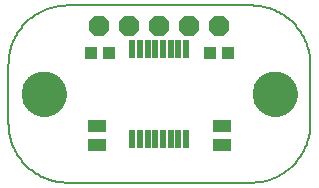
<source format=gts>
G75*
%MOIN*%
%OFA0B0*%
%FSLAX25Y25*%
%IPPOS*%
%LPD*%
%AMOC8*
5,1,8,0,0,1.08239X$1,22.5*
%
%ADD10C,0.00000*%
%ADD11C,0.14967*%
%ADD12C,0.00600*%
%ADD13OC8,0.06700*%
%ADD14R,0.06100X0.04000*%
%ADD15R,0.02211X0.06030*%
%ADD16R,0.04337X0.04337*%
D10*
X0028000Y0067173D02*
X0028002Y0067352D01*
X0028009Y0067530D01*
X0028020Y0067709D01*
X0028035Y0067887D01*
X0028055Y0068065D01*
X0028079Y0068242D01*
X0028107Y0068418D01*
X0028140Y0068594D01*
X0028177Y0068769D01*
X0028218Y0068943D01*
X0028264Y0069115D01*
X0028314Y0069287D01*
X0028368Y0069458D01*
X0028426Y0069627D01*
X0028488Y0069794D01*
X0028554Y0069960D01*
X0028625Y0070124D01*
X0028699Y0070287D01*
X0028778Y0070448D01*
X0028860Y0070606D01*
X0028946Y0070763D01*
X0029036Y0070917D01*
X0029130Y0071069D01*
X0029227Y0071219D01*
X0029329Y0071367D01*
X0029433Y0071511D01*
X0029541Y0071654D01*
X0029653Y0071793D01*
X0029768Y0071930D01*
X0029887Y0072064D01*
X0030008Y0072195D01*
X0030133Y0072323D01*
X0030261Y0072448D01*
X0030392Y0072569D01*
X0030526Y0072688D01*
X0030663Y0072803D01*
X0030802Y0072915D01*
X0030945Y0073023D01*
X0031089Y0073127D01*
X0031237Y0073229D01*
X0031387Y0073326D01*
X0031539Y0073420D01*
X0031693Y0073510D01*
X0031850Y0073596D01*
X0032008Y0073678D01*
X0032169Y0073757D01*
X0032332Y0073831D01*
X0032496Y0073902D01*
X0032662Y0073968D01*
X0032829Y0074030D01*
X0032998Y0074088D01*
X0033169Y0074142D01*
X0033341Y0074192D01*
X0033513Y0074238D01*
X0033687Y0074279D01*
X0033862Y0074316D01*
X0034038Y0074349D01*
X0034214Y0074377D01*
X0034391Y0074401D01*
X0034569Y0074421D01*
X0034747Y0074436D01*
X0034926Y0074447D01*
X0035104Y0074454D01*
X0035283Y0074456D01*
X0035462Y0074454D01*
X0035640Y0074447D01*
X0035819Y0074436D01*
X0035997Y0074421D01*
X0036175Y0074401D01*
X0036352Y0074377D01*
X0036528Y0074349D01*
X0036704Y0074316D01*
X0036879Y0074279D01*
X0037053Y0074238D01*
X0037225Y0074192D01*
X0037397Y0074142D01*
X0037568Y0074088D01*
X0037737Y0074030D01*
X0037904Y0073968D01*
X0038070Y0073902D01*
X0038234Y0073831D01*
X0038397Y0073757D01*
X0038558Y0073678D01*
X0038716Y0073596D01*
X0038873Y0073510D01*
X0039027Y0073420D01*
X0039179Y0073326D01*
X0039329Y0073229D01*
X0039477Y0073127D01*
X0039621Y0073023D01*
X0039764Y0072915D01*
X0039903Y0072803D01*
X0040040Y0072688D01*
X0040174Y0072569D01*
X0040305Y0072448D01*
X0040433Y0072323D01*
X0040558Y0072195D01*
X0040679Y0072064D01*
X0040798Y0071930D01*
X0040913Y0071793D01*
X0041025Y0071654D01*
X0041133Y0071511D01*
X0041237Y0071367D01*
X0041339Y0071219D01*
X0041436Y0071069D01*
X0041530Y0070917D01*
X0041620Y0070763D01*
X0041706Y0070606D01*
X0041788Y0070448D01*
X0041867Y0070287D01*
X0041941Y0070124D01*
X0042012Y0069960D01*
X0042078Y0069794D01*
X0042140Y0069627D01*
X0042198Y0069458D01*
X0042252Y0069287D01*
X0042302Y0069115D01*
X0042348Y0068943D01*
X0042389Y0068769D01*
X0042426Y0068594D01*
X0042459Y0068418D01*
X0042487Y0068242D01*
X0042511Y0068065D01*
X0042531Y0067887D01*
X0042546Y0067709D01*
X0042557Y0067530D01*
X0042564Y0067352D01*
X0042566Y0067173D01*
X0042564Y0066994D01*
X0042557Y0066816D01*
X0042546Y0066637D01*
X0042531Y0066459D01*
X0042511Y0066281D01*
X0042487Y0066104D01*
X0042459Y0065928D01*
X0042426Y0065752D01*
X0042389Y0065577D01*
X0042348Y0065403D01*
X0042302Y0065231D01*
X0042252Y0065059D01*
X0042198Y0064888D01*
X0042140Y0064719D01*
X0042078Y0064552D01*
X0042012Y0064386D01*
X0041941Y0064222D01*
X0041867Y0064059D01*
X0041788Y0063898D01*
X0041706Y0063740D01*
X0041620Y0063583D01*
X0041530Y0063429D01*
X0041436Y0063277D01*
X0041339Y0063127D01*
X0041237Y0062979D01*
X0041133Y0062835D01*
X0041025Y0062692D01*
X0040913Y0062553D01*
X0040798Y0062416D01*
X0040679Y0062282D01*
X0040558Y0062151D01*
X0040433Y0062023D01*
X0040305Y0061898D01*
X0040174Y0061777D01*
X0040040Y0061658D01*
X0039903Y0061543D01*
X0039764Y0061431D01*
X0039621Y0061323D01*
X0039477Y0061219D01*
X0039329Y0061117D01*
X0039179Y0061020D01*
X0039027Y0060926D01*
X0038873Y0060836D01*
X0038716Y0060750D01*
X0038558Y0060668D01*
X0038397Y0060589D01*
X0038234Y0060515D01*
X0038070Y0060444D01*
X0037904Y0060378D01*
X0037737Y0060316D01*
X0037568Y0060258D01*
X0037397Y0060204D01*
X0037225Y0060154D01*
X0037053Y0060108D01*
X0036879Y0060067D01*
X0036704Y0060030D01*
X0036528Y0059997D01*
X0036352Y0059969D01*
X0036175Y0059945D01*
X0035997Y0059925D01*
X0035819Y0059910D01*
X0035640Y0059899D01*
X0035462Y0059892D01*
X0035283Y0059890D01*
X0035104Y0059892D01*
X0034926Y0059899D01*
X0034747Y0059910D01*
X0034569Y0059925D01*
X0034391Y0059945D01*
X0034214Y0059969D01*
X0034038Y0059997D01*
X0033862Y0060030D01*
X0033687Y0060067D01*
X0033513Y0060108D01*
X0033341Y0060154D01*
X0033169Y0060204D01*
X0032998Y0060258D01*
X0032829Y0060316D01*
X0032662Y0060378D01*
X0032496Y0060444D01*
X0032332Y0060515D01*
X0032169Y0060589D01*
X0032008Y0060668D01*
X0031850Y0060750D01*
X0031693Y0060836D01*
X0031539Y0060926D01*
X0031387Y0061020D01*
X0031237Y0061117D01*
X0031089Y0061219D01*
X0030945Y0061323D01*
X0030802Y0061431D01*
X0030663Y0061543D01*
X0030526Y0061658D01*
X0030392Y0061777D01*
X0030261Y0061898D01*
X0030133Y0062023D01*
X0030008Y0062151D01*
X0029887Y0062282D01*
X0029768Y0062416D01*
X0029653Y0062553D01*
X0029541Y0062692D01*
X0029433Y0062835D01*
X0029329Y0062979D01*
X0029227Y0063127D01*
X0029130Y0063277D01*
X0029036Y0063429D01*
X0028946Y0063583D01*
X0028860Y0063740D01*
X0028778Y0063898D01*
X0028699Y0064059D01*
X0028625Y0064222D01*
X0028554Y0064386D01*
X0028488Y0064552D01*
X0028426Y0064719D01*
X0028368Y0064888D01*
X0028314Y0065059D01*
X0028264Y0065231D01*
X0028218Y0065403D01*
X0028177Y0065577D01*
X0028140Y0065752D01*
X0028107Y0065928D01*
X0028079Y0066104D01*
X0028055Y0066281D01*
X0028035Y0066459D01*
X0028020Y0066637D01*
X0028009Y0066816D01*
X0028002Y0066994D01*
X0028000Y0067173D01*
X0105000Y0067173D02*
X0105002Y0067352D01*
X0105009Y0067530D01*
X0105020Y0067709D01*
X0105035Y0067887D01*
X0105055Y0068065D01*
X0105079Y0068242D01*
X0105107Y0068418D01*
X0105140Y0068594D01*
X0105177Y0068769D01*
X0105218Y0068943D01*
X0105264Y0069115D01*
X0105314Y0069287D01*
X0105368Y0069458D01*
X0105426Y0069627D01*
X0105488Y0069794D01*
X0105554Y0069960D01*
X0105625Y0070124D01*
X0105699Y0070287D01*
X0105778Y0070448D01*
X0105860Y0070606D01*
X0105946Y0070763D01*
X0106036Y0070917D01*
X0106130Y0071069D01*
X0106227Y0071219D01*
X0106329Y0071367D01*
X0106433Y0071511D01*
X0106541Y0071654D01*
X0106653Y0071793D01*
X0106768Y0071930D01*
X0106887Y0072064D01*
X0107008Y0072195D01*
X0107133Y0072323D01*
X0107261Y0072448D01*
X0107392Y0072569D01*
X0107526Y0072688D01*
X0107663Y0072803D01*
X0107802Y0072915D01*
X0107945Y0073023D01*
X0108089Y0073127D01*
X0108237Y0073229D01*
X0108387Y0073326D01*
X0108539Y0073420D01*
X0108693Y0073510D01*
X0108850Y0073596D01*
X0109008Y0073678D01*
X0109169Y0073757D01*
X0109332Y0073831D01*
X0109496Y0073902D01*
X0109662Y0073968D01*
X0109829Y0074030D01*
X0109998Y0074088D01*
X0110169Y0074142D01*
X0110341Y0074192D01*
X0110513Y0074238D01*
X0110687Y0074279D01*
X0110862Y0074316D01*
X0111038Y0074349D01*
X0111214Y0074377D01*
X0111391Y0074401D01*
X0111569Y0074421D01*
X0111747Y0074436D01*
X0111926Y0074447D01*
X0112104Y0074454D01*
X0112283Y0074456D01*
X0112462Y0074454D01*
X0112640Y0074447D01*
X0112819Y0074436D01*
X0112997Y0074421D01*
X0113175Y0074401D01*
X0113352Y0074377D01*
X0113528Y0074349D01*
X0113704Y0074316D01*
X0113879Y0074279D01*
X0114053Y0074238D01*
X0114225Y0074192D01*
X0114397Y0074142D01*
X0114568Y0074088D01*
X0114737Y0074030D01*
X0114904Y0073968D01*
X0115070Y0073902D01*
X0115234Y0073831D01*
X0115397Y0073757D01*
X0115558Y0073678D01*
X0115716Y0073596D01*
X0115873Y0073510D01*
X0116027Y0073420D01*
X0116179Y0073326D01*
X0116329Y0073229D01*
X0116477Y0073127D01*
X0116621Y0073023D01*
X0116764Y0072915D01*
X0116903Y0072803D01*
X0117040Y0072688D01*
X0117174Y0072569D01*
X0117305Y0072448D01*
X0117433Y0072323D01*
X0117558Y0072195D01*
X0117679Y0072064D01*
X0117798Y0071930D01*
X0117913Y0071793D01*
X0118025Y0071654D01*
X0118133Y0071511D01*
X0118237Y0071367D01*
X0118339Y0071219D01*
X0118436Y0071069D01*
X0118530Y0070917D01*
X0118620Y0070763D01*
X0118706Y0070606D01*
X0118788Y0070448D01*
X0118867Y0070287D01*
X0118941Y0070124D01*
X0119012Y0069960D01*
X0119078Y0069794D01*
X0119140Y0069627D01*
X0119198Y0069458D01*
X0119252Y0069287D01*
X0119302Y0069115D01*
X0119348Y0068943D01*
X0119389Y0068769D01*
X0119426Y0068594D01*
X0119459Y0068418D01*
X0119487Y0068242D01*
X0119511Y0068065D01*
X0119531Y0067887D01*
X0119546Y0067709D01*
X0119557Y0067530D01*
X0119564Y0067352D01*
X0119566Y0067173D01*
X0119564Y0066994D01*
X0119557Y0066816D01*
X0119546Y0066637D01*
X0119531Y0066459D01*
X0119511Y0066281D01*
X0119487Y0066104D01*
X0119459Y0065928D01*
X0119426Y0065752D01*
X0119389Y0065577D01*
X0119348Y0065403D01*
X0119302Y0065231D01*
X0119252Y0065059D01*
X0119198Y0064888D01*
X0119140Y0064719D01*
X0119078Y0064552D01*
X0119012Y0064386D01*
X0118941Y0064222D01*
X0118867Y0064059D01*
X0118788Y0063898D01*
X0118706Y0063740D01*
X0118620Y0063583D01*
X0118530Y0063429D01*
X0118436Y0063277D01*
X0118339Y0063127D01*
X0118237Y0062979D01*
X0118133Y0062835D01*
X0118025Y0062692D01*
X0117913Y0062553D01*
X0117798Y0062416D01*
X0117679Y0062282D01*
X0117558Y0062151D01*
X0117433Y0062023D01*
X0117305Y0061898D01*
X0117174Y0061777D01*
X0117040Y0061658D01*
X0116903Y0061543D01*
X0116764Y0061431D01*
X0116621Y0061323D01*
X0116477Y0061219D01*
X0116329Y0061117D01*
X0116179Y0061020D01*
X0116027Y0060926D01*
X0115873Y0060836D01*
X0115716Y0060750D01*
X0115558Y0060668D01*
X0115397Y0060589D01*
X0115234Y0060515D01*
X0115070Y0060444D01*
X0114904Y0060378D01*
X0114737Y0060316D01*
X0114568Y0060258D01*
X0114397Y0060204D01*
X0114225Y0060154D01*
X0114053Y0060108D01*
X0113879Y0060067D01*
X0113704Y0060030D01*
X0113528Y0059997D01*
X0113352Y0059969D01*
X0113175Y0059945D01*
X0112997Y0059925D01*
X0112819Y0059910D01*
X0112640Y0059899D01*
X0112462Y0059892D01*
X0112283Y0059890D01*
X0112104Y0059892D01*
X0111926Y0059899D01*
X0111747Y0059910D01*
X0111569Y0059925D01*
X0111391Y0059945D01*
X0111214Y0059969D01*
X0111038Y0059997D01*
X0110862Y0060030D01*
X0110687Y0060067D01*
X0110513Y0060108D01*
X0110341Y0060154D01*
X0110169Y0060204D01*
X0109998Y0060258D01*
X0109829Y0060316D01*
X0109662Y0060378D01*
X0109496Y0060444D01*
X0109332Y0060515D01*
X0109169Y0060589D01*
X0109008Y0060668D01*
X0108850Y0060750D01*
X0108693Y0060836D01*
X0108539Y0060926D01*
X0108387Y0061020D01*
X0108237Y0061117D01*
X0108089Y0061219D01*
X0107945Y0061323D01*
X0107802Y0061431D01*
X0107663Y0061543D01*
X0107526Y0061658D01*
X0107392Y0061777D01*
X0107261Y0061898D01*
X0107133Y0062023D01*
X0107008Y0062151D01*
X0106887Y0062282D01*
X0106768Y0062416D01*
X0106653Y0062553D01*
X0106541Y0062692D01*
X0106433Y0062835D01*
X0106329Y0062979D01*
X0106227Y0063127D01*
X0106130Y0063277D01*
X0106036Y0063429D01*
X0105946Y0063583D01*
X0105860Y0063740D01*
X0105778Y0063898D01*
X0105699Y0064059D01*
X0105625Y0064222D01*
X0105554Y0064386D01*
X0105488Y0064552D01*
X0105426Y0064719D01*
X0105368Y0064888D01*
X0105314Y0065059D01*
X0105264Y0065231D01*
X0105218Y0065403D01*
X0105177Y0065577D01*
X0105140Y0065752D01*
X0105107Y0065928D01*
X0105079Y0066104D01*
X0105055Y0066281D01*
X0105035Y0066459D01*
X0105020Y0066637D01*
X0105009Y0066816D01*
X0105002Y0066994D01*
X0105000Y0067173D01*
D11*
X0112283Y0067173D03*
X0035283Y0067173D03*
D12*
X0043157Y0037646D02*
X0104409Y0037646D01*
X0104885Y0037652D01*
X0105360Y0037669D01*
X0105835Y0037698D01*
X0106309Y0037738D01*
X0106782Y0037790D01*
X0107253Y0037853D01*
X0107723Y0037927D01*
X0108191Y0038013D01*
X0108657Y0038110D01*
X0109120Y0038218D01*
X0109580Y0038337D01*
X0110038Y0038468D01*
X0110492Y0038609D01*
X0110943Y0038762D01*
X0111389Y0038925D01*
X0111832Y0039099D01*
X0112270Y0039284D01*
X0112704Y0039479D01*
X0113133Y0039685D01*
X0113557Y0039901D01*
X0113976Y0040127D01*
X0114389Y0040363D01*
X0114796Y0040609D01*
X0115197Y0040865D01*
X0115591Y0041131D01*
X0115980Y0041406D01*
X0116361Y0041690D01*
X0116735Y0041983D01*
X0117103Y0042285D01*
X0117463Y0042597D01*
X0117815Y0042916D01*
X0118159Y0043244D01*
X0118496Y0043581D01*
X0118824Y0043925D01*
X0119143Y0044277D01*
X0119455Y0044637D01*
X0119757Y0045005D01*
X0120050Y0045379D01*
X0120334Y0045760D01*
X0120609Y0046149D01*
X0120875Y0046543D01*
X0121131Y0046944D01*
X0121377Y0047351D01*
X0121613Y0047764D01*
X0121839Y0048183D01*
X0122055Y0048607D01*
X0122261Y0049036D01*
X0122456Y0049470D01*
X0122641Y0049908D01*
X0122815Y0050351D01*
X0122978Y0050797D01*
X0123131Y0051248D01*
X0123272Y0051702D01*
X0123403Y0052160D01*
X0123522Y0052620D01*
X0123630Y0053083D01*
X0123727Y0053549D01*
X0123813Y0054017D01*
X0123887Y0054487D01*
X0123950Y0054958D01*
X0124002Y0055431D01*
X0124042Y0055905D01*
X0124071Y0056380D01*
X0124088Y0056855D01*
X0124094Y0057331D01*
X0124094Y0077016D01*
X0124088Y0077492D01*
X0124071Y0077967D01*
X0124042Y0078442D01*
X0124002Y0078916D01*
X0123950Y0079389D01*
X0123887Y0079860D01*
X0123813Y0080330D01*
X0123727Y0080798D01*
X0123630Y0081264D01*
X0123522Y0081727D01*
X0123403Y0082187D01*
X0123272Y0082645D01*
X0123131Y0083099D01*
X0122978Y0083550D01*
X0122815Y0083996D01*
X0122641Y0084439D01*
X0122456Y0084877D01*
X0122261Y0085311D01*
X0122055Y0085740D01*
X0121839Y0086164D01*
X0121613Y0086583D01*
X0121377Y0086996D01*
X0121131Y0087403D01*
X0120875Y0087804D01*
X0120609Y0088198D01*
X0120334Y0088587D01*
X0120050Y0088968D01*
X0119757Y0089342D01*
X0119455Y0089710D01*
X0119143Y0090070D01*
X0118824Y0090422D01*
X0118496Y0090766D01*
X0118159Y0091103D01*
X0117815Y0091431D01*
X0117463Y0091750D01*
X0117103Y0092062D01*
X0116735Y0092364D01*
X0116361Y0092657D01*
X0115980Y0092941D01*
X0115591Y0093216D01*
X0115197Y0093482D01*
X0114796Y0093738D01*
X0114389Y0093984D01*
X0113976Y0094220D01*
X0113557Y0094446D01*
X0113133Y0094662D01*
X0112704Y0094868D01*
X0112270Y0095063D01*
X0111832Y0095248D01*
X0111389Y0095422D01*
X0110943Y0095585D01*
X0110492Y0095738D01*
X0110038Y0095879D01*
X0109580Y0096010D01*
X0109120Y0096129D01*
X0108657Y0096237D01*
X0108191Y0096334D01*
X0107723Y0096420D01*
X0107253Y0096494D01*
X0106782Y0096557D01*
X0106309Y0096609D01*
X0105835Y0096649D01*
X0105360Y0096678D01*
X0104885Y0096695D01*
X0104409Y0096701D01*
X0043157Y0096701D01*
X0042681Y0096695D01*
X0042206Y0096678D01*
X0041731Y0096649D01*
X0041257Y0096609D01*
X0040784Y0096557D01*
X0040313Y0096494D01*
X0039843Y0096420D01*
X0039375Y0096334D01*
X0038909Y0096237D01*
X0038446Y0096129D01*
X0037986Y0096010D01*
X0037528Y0095879D01*
X0037074Y0095738D01*
X0036623Y0095585D01*
X0036177Y0095422D01*
X0035734Y0095248D01*
X0035296Y0095063D01*
X0034862Y0094868D01*
X0034433Y0094662D01*
X0034009Y0094446D01*
X0033590Y0094220D01*
X0033177Y0093984D01*
X0032770Y0093738D01*
X0032369Y0093482D01*
X0031975Y0093216D01*
X0031586Y0092941D01*
X0031205Y0092657D01*
X0030831Y0092364D01*
X0030463Y0092062D01*
X0030103Y0091750D01*
X0029751Y0091431D01*
X0029407Y0091103D01*
X0029070Y0090766D01*
X0028742Y0090422D01*
X0028423Y0090070D01*
X0028111Y0089710D01*
X0027809Y0089342D01*
X0027516Y0088968D01*
X0027232Y0088587D01*
X0026957Y0088198D01*
X0026691Y0087804D01*
X0026435Y0087403D01*
X0026189Y0086996D01*
X0025953Y0086583D01*
X0025727Y0086164D01*
X0025511Y0085740D01*
X0025305Y0085311D01*
X0025110Y0084877D01*
X0024925Y0084439D01*
X0024751Y0083996D01*
X0024588Y0083550D01*
X0024435Y0083099D01*
X0024294Y0082645D01*
X0024163Y0082187D01*
X0024044Y0081727D01*
X0023936Y0081264D01*
X0023839Y0080798D01*
X0023753Y0080330D01*
X0023679Y0079860D01*
X0023616Y0079389D01*
X0023564Y0078916D01*
X0023524Y0078442D01*
X0023495Y0077967D01*
X0023478Y0077492D01*
X0023472Y0077016D01*
X0023472Y0057331D01*
X0023478Y0056855D01*
X0023495Y0056380D01*
X0023524Y0055905D01*
X0023564Y0055431D01*
X0023616Y0054958D01*
X0023679Y0054487D01*
X0023753Y0054017D01*
X0023839Y0053549D01*
X0023936Y0053083D01*
X0024044Y0052620D01*
X0024163Y0052160D01*
X0024294Y0051702D01*
X0024435Y0051248D01*
X0024588Y0050797D01*
X0024751Y0050351D01*
X0024925Y0049908D01*
X0025110Y0049470D01*
X0025305Y0049036D01*
X0025511Y0048607D01*
X0025727Y0048183D01*
X0025953Y0047764D01*
X0026189Y0047351D01*
X0026435Y0046944D01*
X0026691Y0046543D01*
X0026957Y0046149D01*
X0027232Y0045760D01*
X0027516Y0045379D01*
X0027809Y0045005D01*
X0028111Y0044637D01*
X0028423Y0044277D01*
X0028742Y0043925D01*
X0029070Y0043581D01*
X0029407Y0043244D01*
X0029751Y0042916D01*
X0030103Y0042597D01*
X0030463Y0042285D01*
X0030831Y0041983D01*
X0031205Y0041690D01*
X0031586Y0041406D01*
X0031975Y0041131D01*
X0032369Y0040865D01*
X0032770Y0040609D01*
X0033177Y0040363D01*
X0033590Y0040127D01*
X0034009Y0039901D01*
X0034433Y0039685D01*
X0034862Y0039479D01*
X0035296Y0039284D01*
X0035734Y0039099D01*
X0036177Y0038925D01*
X0036623Y0038762D01*
X0037074Y0038609D01*
X0037528Y0038468D01*
X0037986Y0038337D01*
X0038446Y0038218D01*
X0038909Y0038110D01*
X0039375Y0038013D01*
X0039843Y0037927D01*
X0040313Y0037853D01*
X0040784Y0037790D01*
X0041257Y0037738D01*
X0041731Y0037698D01*
X0042206Y0037669D01*
X0042681Y0037652D01*
X0043157Y0037646D01*
D13*
X0053780Y0090008D03*
X0063780Y0090008D03*
X0073783Y0090008D03*
X0083780Y0090008D03*
X0093780Y0090008D03*
D14*
X0094520Y0056594D03*
X0094520Y0050194D03*
X0053000Y0050272D03*
X0053000Y0056672D03*
D15*
X0064689Y0052173D03*
X0067248Y0052173D03*
X0069807Y0052173D03*
X0072366Y0052173D03*
X0074925Y0052173D03*
X0077484Y0052173D03*
X0080043Y0052173D03*
X0082602Y0052173D03*
X0082602Y0082055D03*
X0080043Y0082055D03*
X0077484Y0082055D03*
X0074925Y0082055D03*
X0072366Y0082055D03*
X0069807Y0082055D03*
X0067248Y0082055D03*
X0064689Y0082055D03*
D16*
X0056937Y0080913D03*
X0051031Y0080913D03*
X0090630Y0080953D03*
X0096535Y0080953D03*
M02*

</source>
